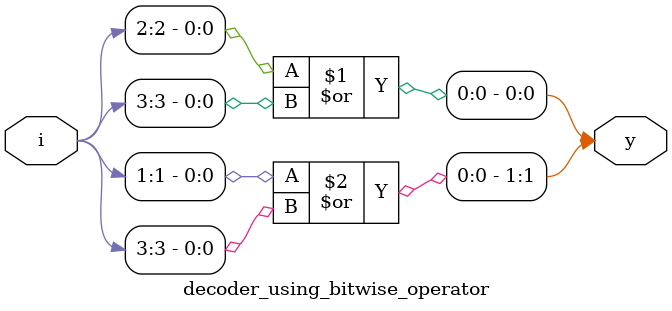
<source format=v>
`timescale 1ns / 1ps


module decoder_using_bitwise_operator(
input [3:0]i,
output [1:0]y
    );
    
    assign y[0] = i[2]|i[3];
    assign y[1] = i[1]|i[3];
endmodule

</source>
